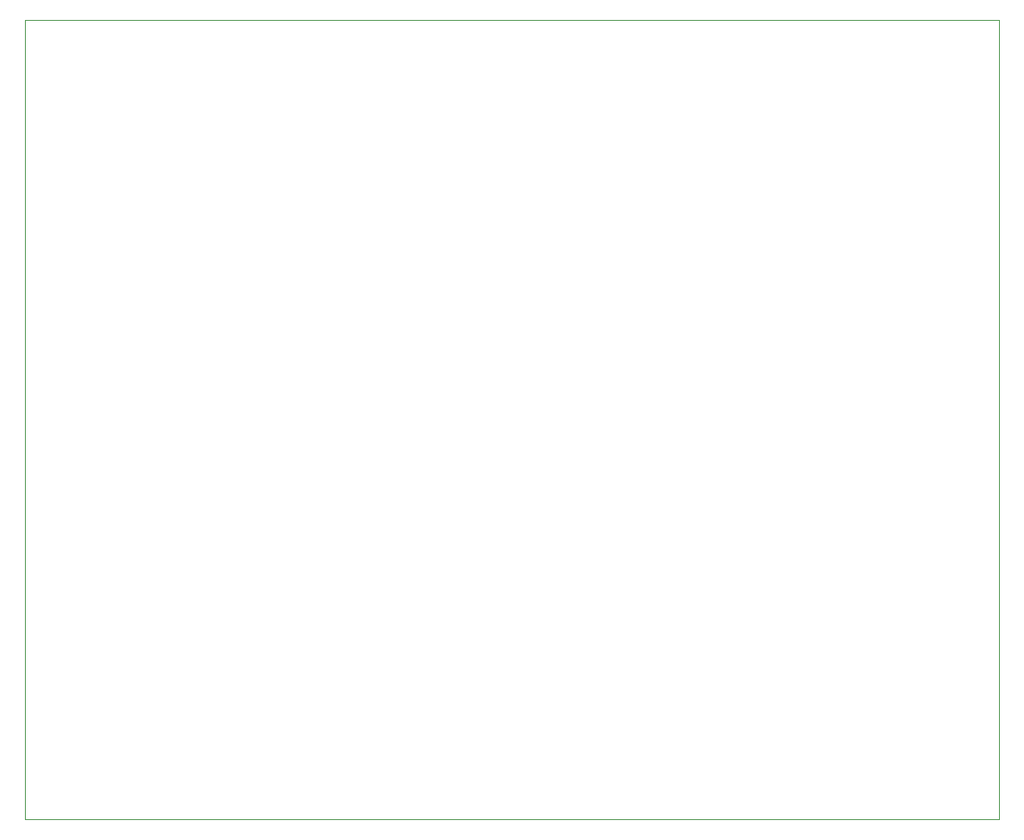
<source format=gbr>
%TF.GenerationSoftware,KiCad,Pcbnew,(5.1.10)-1*%
%TF.CreationDate,2022-03-06T22:53:43-08:00*%
%TF.ProjectId,bb2,6262322e-6b69-4636-9164-5f7063625858,rev?*%
%TF.SameCoordinates,Original*%
%TF.FileFunction,Profile,NP*%
%FSLAX46Y46*%
G04 Gerber Fmt 4.6, Leading zero omitted, Abs format (unit mm)*
G04 Created by KiCad (PCBNEW (5.1.10)-1) date 2022-03-06 22:53:43*
%MOMM*%
%LPD*%
G01*
G04 APERTURE LIST*
%TA.AperFunction,Profile*%
%ADD10C,0.100000*%
%TD*%
G04 APERTURE END LIST*
D10*
X172720000Y-80010000D02*
X172720000Y-161290000D01*
X73660000Y-80010000D02*
X172720000Y-80010000D01*
X73660000Y-161290000D02*
X73660000Y-80010000D01*
X172720000Y-161290000D02*
X73660000Y-161290000D01*
M02*

</source>
